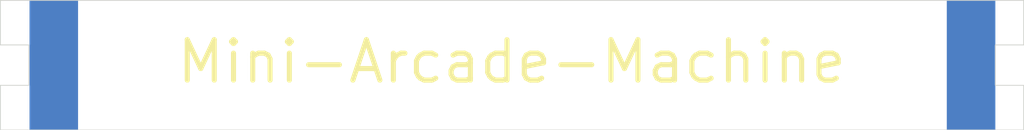
<source format=kicad_pcb>
(kicad_pcb (version 20241229) (generator "pcbnew") (generator_version "9.0")
  (layers (0 "F.Cu" signal) (2 "B.Cu" signal) (13 "F.Paste" user) (15 "B.Paste" user) (5 "F.SilkS" user "F.Silkscreen") (7 "B.SilkS" user "B.Silkscreen") (1 "F.Mask" user) (3 "B.Mask" user) (25 "Edge.Cuts" user))
  (net 0 "")
  (footprint "" (layer "F.Cu") (at 160 104)
    (property "Reference" "" (at 0 0 0) (layer "F.SilkS") (effects (font (size 1.27 1.27))))
    (property "Value" "")
    (pad "" smd rect (at 0 0 180) (size 3 8) (layers "B.Cu" "B.Mask" "B.Paste"))
  )
  (footprint "" (layer "F.Cu") (at 103.3 104)
    (property "Reference" "" (at 0 0 0) (layer "F.SilkS") (effects (font (size 1.27 1.27))))
    (property "Value" "")
    (pad "" smd rect (at 0 0 180) (size 3 8) (layers "B.Cu" "B.Mask" "B.Paste"))
  )
  (gr_line (start 100 100) (end 100 102.75) (stroke (width 0.05)) (layer "Edge.Cuts"))
  (gr_line (start 101.75 105.25) (end 100 105.25) (stroke (width 0.05)) (layer "Edge.Cuts"))
  (gr_line (start 163.25 108) (end 100 108) (stroke (width 0.05)) (layer "Edge.Cuts"))
  (gr_line (start 163.25 100) (end 100 100) (stroke (width 0.05)) (layer "Edge.Cuts"))
  (gr_line (start 163.25 105.25) (end 161.5 105.25) (stroke (width 0.05)) (layer "Edge.Cuts"))
  (gr_line (start 163.25 102.75) (end 163.25 100) (stroke (width 0.05)) (layer "Edge.Cuts"))
  (gr_line (start 100 102.75) (end 101.75 102.75) (stroke (width 0.05)) (layer "Edge.Cuts"))
  (gr_line (start 161.5 105.25) (end 161.5 102.75) (stroke (width 0.05)) (layer "Edge.Cuts"))
  (gr_line (start 163.25 105.25) (end 163.25 108) (stroke (width 0.05)) (layer "Edge.Cuts"))
  (gr_line (start 161.5 102.75) (end 163.25 102.75) (stroke (width 0.05)) (layer "Edge.Cuts"))
  (gr_line (start 100 105.25) (end 100 108) (stroke (width 0.05)) (layer "Edge.Cuts"))
  (gr_line (start 101.75 102.75) (end 101.75 105.25) (stroke (width 0.05)) (layer "Edge.Cuts"))
  (gr_text "Mini-Arcade-Machine\n" (at 110.75 105.25 0) (layer "F.SilkS") (effects (font (size 2.5 2.5) (thickness 0.3125)) (justify left bottom)))
)
</source>
